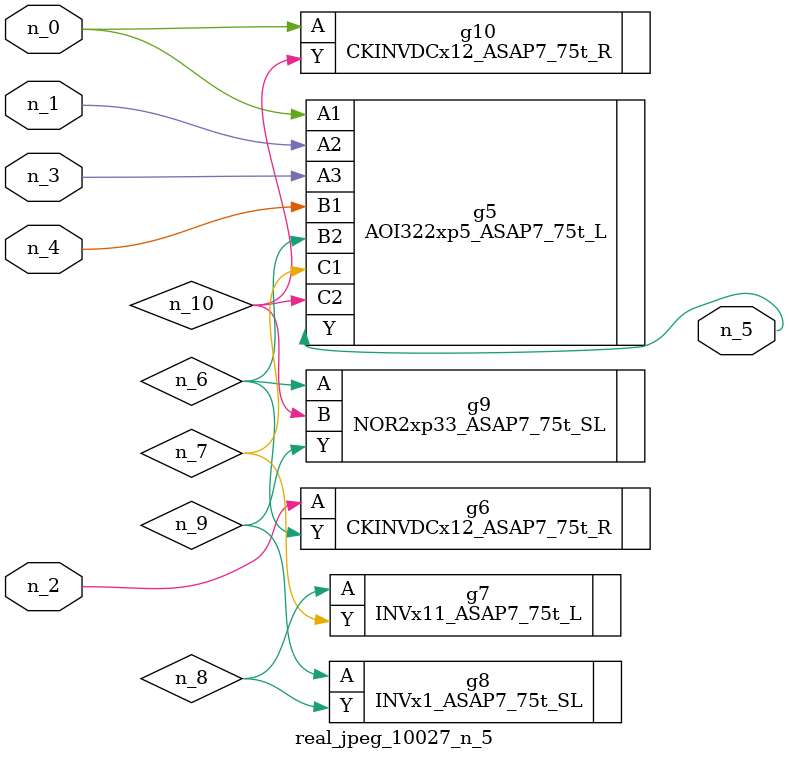
<source format=v>
module real_jpeg_10027_n_5 (n_4, n_0, n_1, n_2, n_3, n_5);

input n_4;
input n_0;
input n_1;
input n_2;
input n_3;

output n_5;

wire n_8;
wire n_6;
wire n_7;
wire n_10;
wire n_9;

AOI322xp5_ASAP7_75t_L g5 ( 
.A1(n_0),
.A2(n_1),
.A3(n_3),
.B1(n_4),
.B2(n_6),
.C1(n_7),
.C2(n_10),
.Y(n_5)
);

CKINVDCx12_ASAP7_75t_R g10 ( 
.A(n_0),
.Y(n_10)
);

CKINVDCx12_ASAP7_75t_R g6 ( 
.A(n_2),
.Y(n_6)
);

NOR2xp33_ASAP7_75t_SL g9 ( 
.A(n_6),
.B(n_10),
.Y(n_9)
);

INVx11_ASAP7_75t_L g7 ( 
.A(n_8),
.Y(n_7)
);

INVx1_ASAP7_75t_SL g8 ( 
.A(n_9),
.Y(n_8)
);


endmodule
</source>
